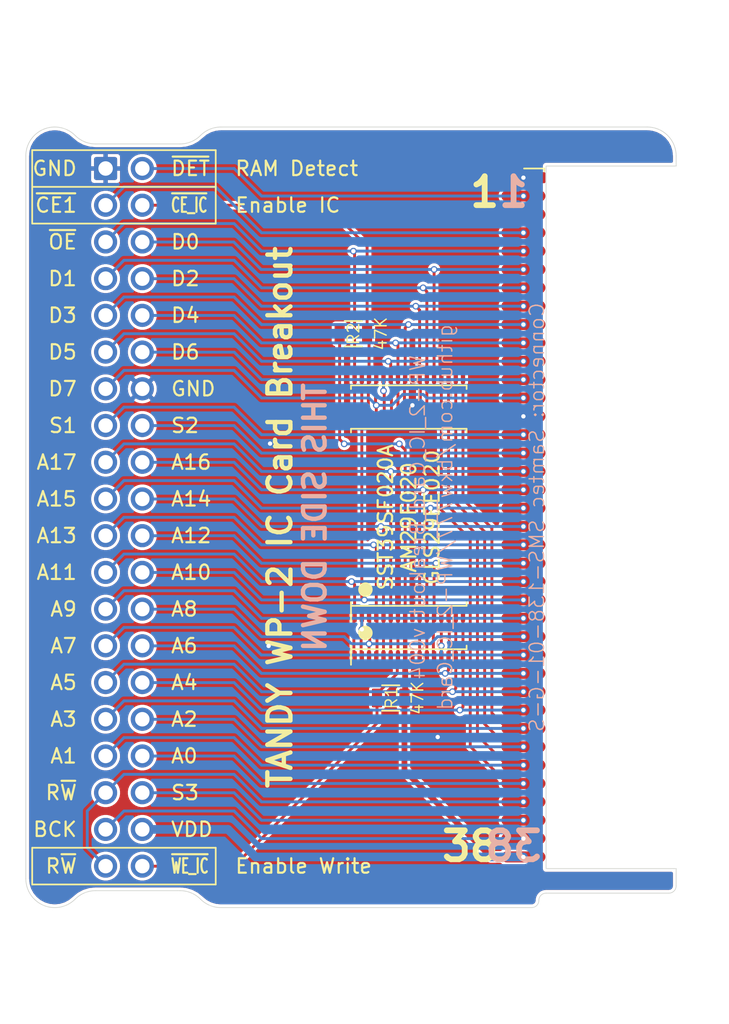
<source format=kicad_pcb>
(kicad_pcb (version 20211014) (generator pcbnew)
  (title_block (title "TANDY WP-2 IC Card Breakout") (date "2021-09-23") (rev "004") (company "Brian K. White - b.kenyon.w@gmail.com"))
  (layers (0 "F.Cu" signal) (31 "B.Cu" signal) (35 "F.Paste" user) (36 "B.SilkS" user "B.Silkscreen") (37 "F.SilkS" user "F.Silkscreen") (38 "B.Mask" user) (39 "F.Mask" user) (44 "Edge.Cuts" user))
  (net 0 "")
  (net 1 "GND")
  (net 2 "/~{CE1}")
  (net 3 "/~{OE}")
  (net 4 "/D0")
  (net 5 "/D1")
  (net 6 "/D2")
  (net 7 "/D3")
  (net 8 "/D4")
  (net 9 "/D5")
  (net 10 "/D6")
  (net 11 "/D7")
  (net 12 "/A16")
  (net 13 "/A15")
  (net 14 "/A14")
  (net 15 "/A13")
  (net 16 "/A12")
  (net 17 "/A11")
  (net 18 "/A10")
  (net 19 "/A9")
  (net 20 "/A8")
  (net 21 "/A7")
  (net 22 "/A6")
  (net 23 "/A5")
  (net 24 "/A4")
  (net 25 "/A3")
  (net 26 "/A2")
  (net 27 "/A1")
  (net 28 "/A0")
  (net 29 "VDD")
  (net 30 "/A17")
  (net 31 "/R~{W}")
  (net 32 "/~{DET}")
  (net 33 "/S1")
  (net 34 "/S2")
  (net 35 "/S3")
  (net 36 "/BCHK")
  (net 37 "/~{WE_IC}")
  (net 38 "/~{CE_IC}")
  (footprint "0_LOCAL:PinSocket_1x38x1.27_edge_s" (layer "F.Cu") (at 158.75 99.695)
    (fp_text reference "J1" hide)
    (fp_text value "Conn_01x38_Female")
  )
  (footprint "0_LOCAL:R_0805" (layer "F.Cu") (at 148 112.195 180)
    (fp_text reference "R1")
    (fp_text value "47K")
  )
  (footprint "0_LOCAL:TSOP32-20mm" (layer "F.Cu") (at 149.25 99.695)
    (fp_text reference "U1" hide)
    (fp_text value "FLASH 256Kx8 5v Parallel")
  )
  (footprint "0_LOCAL:TSOP32-14mm" (layer "F.Cu") (at 149.25 99.695)
    (fp_text reference "U2" hide)
    (fp_text value "FLASH 256Kx8 5v Parallel")
  )
  (footprint "0_LOCAL:PinHeader_2x20_P2.54mm" (layer "F.Cu") (at 128.27 75.565)
    (fp_text reference "J2" hide)
    (fp_text value "Conn_02x20_Odd_Even")
  )
  (footprint "0_LOCAL:R_0805" (layer "F.Cu") (at 145.415 86.995)
    (fp_text reference "R2")
    (fp_text value "47K")
  )
  (gr_line (start 123.19 125.095) (end 135.89 125.095) (layer "F.SilkS") (width 0.12))
  (gr_line (start 135.89 122.555) (end 123.19 122.555) (layer "F.SilkS") (width 0.12))
  (gr_line (start 123.19 74.295) (end 135.89 74.295) (layer "F.SilkS") (width 0.12))
  (gr_line (start 123.19 79.375) (end 135.89 79.375) (layer "F.SilkS") (width 0.12))
  (gr_line (start 123.19 76.835) (end 135.89 76.835) (layer "F.SilkS") (width 0.12))
  (gr_line (start 135.89 125.095) (end 135.89 122.555) (layer "F.SilkS") (width 0.12))
  (gr_line (start 123.19 122.555) (end 123.19 125.095) (layer "F.SilkS") (width 0.12))
  (gr_line (start 135.89 74.295) (end 135.89 79.375) (layer "F.SilkS") (width 0.12))
  (gr_line (start 123.19 79.375) (end 123.19 74.295) (layer "F.SilkS") (width 0.12))
  (gr_line (start 167.75 75.395) (end 158.75 75.395) (layer "Edge.Cuts") (width 0.05))
  (gr_arc (start 124.75 126.695) (mid 123.335786 126.109214) (end 122.75 124.695) (layer "Edge.Cuts") (width 0.05))
  (gr_arc (start 165.75 72.695) (mid 167.164214 73.280786) (end 167.75 74.695) (layer "Edge.Cuts") (width 0.05))
  (gr_line (start 167.75 74.695) (end 167.75 75.395) (layer "Edge.Cuts") (width 0.05))
  (gr_arc (start 126.164214 126.109214) (mid 125.515367 126.54276) (end 124.75 126.695) (layer "Edge.Cuts") (width 0.05))
  (gr_arc (start 136.25 126.695001) (mid 135.484633 126.54276) (end 134.835786 126.109214) (layer "Edge.Cuts") (width 0.05))
  (gr_arc (start 126.164214 126.109214) (mid 126.813061 125.675668) (end 127.578428 125.523428) (layer "Edge.Cuts") (width 0.05))
  (gr_arc (start 133.421572 125.523427) (mid 134.186939 125.675668) (end 134.835786 126.109214) (layer "Edge.Cuts") (width 0.05))
  (gr_line (start 133.421572 125.523427) (end 127.578428 125.523427) (layer "Edge.Cuts") (width 0.05))
  (gr_arc (start 134.835786 73.280786) (mid 135.484633 72.84724) (end 136.25 72.695) (layer "Edge.Cuts") (width 0.05))
  (gr_arc (start 127.578428 73.866573) (mid 126.813061 73.714332) (end 126.164214 73.280786) (layer "Edge.Cuts") (width 0.05))
  (gr_arc (start 134.835786 73.280786) (mid 134.186939 73.714332) (end 133.421572 73.866572) (layer "Edge.Cuts") (width 0.05))
  (gr_arc (start 124.75 72.694999) (mid 125.515367 72.84724) (end 126.164214 73.280786) (layer "Edge.Cuts") (width 0.05))
  (gr_line (start 127.578428 73.866573) (end 133.421572 73.866573) (layer "Edge.Cuts") (width 0.05))
  (gr_arc (start 122.75 74.695) (mid 123.335786 73.280786) (end 124.75 72.695) (layer "Edge.Cuts") (width 0.05))
  (gr_line (start 158.75 123.995) (end 167.75 123.995) (layer "Edge.Cuts") (width 0.05))
  (gr_line (start 136.25 72.695) (end 165.75 72.695) (layer "Edge.Cuts") (width 0.05))
  (gr_arc (start 158.25 126.195) (mid 158.396447 125.841447) (end 158.75 125.695) (layer "Edge.Cuts") (width 0.05))
  (gr_line (start 167.75 123.995) (end 167.75 125.195) (layer "Edge.Cuts") (width 0.05))
  (gr_line (start 158.75 75.395) (end 158.75 123.995) (layer "Edge.Cuts") (width 0.05))
  (gr_arc (start 167.75 125.195) (mid 167.603553 125.548553) (end 167.25 125.695) (layer "Edge.Cuts") (width 0.05))
  (gr_line (start 167.25 125.695) (end 158.75 125.695) (layer "Edge.Cuts") (width 0.05))
  (gr_line (start 157.75 126.695) (end 136.25 126.695) (layer "Edge.Cuts") (width 0.05))
  (gr_line (start 122.75 124.695) (end 122.75 74.695) (layer "Edge.Cuts") (width 0.05))
  (gr_arc (start 158.25 126.195) (mid 158.103553 126.548553) (end 157.75 126.695) (layer "Edge.Cuts") (width 0.05))
  (gr_text "github.com/bkw777/WP-2_IC_Card" (at 151.765 99.695 -270) (layer "B.SilkS") (effects (font (size 1 1) (thickness 0.1)) (justify mirror)))
  (gr_text "1" (at 156.5 77.195) (layer "B.SilkS") (effects (font (size 2 2) (thickness 0.4)) (justify mirror)))
  (gr_text "Connector: Samtec SMS-138-01-G-S" (at 158.115 99.695 90) (layer "B.SilkS") (effects (font (size 1 1) (thickness 0.1)) (justify mirror)))
  (gr_text "WP-2_IC_Card_Breakout v004" (at 149.86 99.695 90) (layer "B.SilkS") (effects (font (size 1 1) (thickness 0.1)) (justify mirror)))
  (gr_text "38" (at 156.5 122.445) (layer "B.SilkS") (effects (font (size 2 2) (thickness 0.4)) (justify mirror)))
  (gr_text "THIS SIDE DOWN" (at 142.75 99.695 90) (layer "B.SilkS") (effects (font (size 1.5 1.5) (thickness 0.3)) (justify mirror)))
  (gr_text "1" (at 154.5 77.195) (layer "F.SilkS") (effects (font (size 2 2) (thickness 0.4))))
  (gr_text "38" (at 153.5 122.445) (layer "F.SilkS") (effects (font (size 2 2) (thickness 0.4))))
  (gr_text "SST39SF020A\nAM29F020\nGLS29EE020" (at 149.25 99.695 90) (layer "F.SilkS") (effects (font (size 1 1))))
  (gr_text "~{CE_IC}" (at 132.715 78.105) (layer "F.SilkS") (effects (font (size 1 0.6)) (justify left)))
  (gr_text "D0" (at 132.715 80.645) (layer "F.SilkS") (effects (font (size 1 1)) (justify left)))
  (gr_text "D2" (at 132.715 83.185) (layer "F.SilkS") (effects (font (size 1 1)) (justify left)))
  (gr_text "D4" (at 132.715 85.725) (layer "F.SilkS") (effects (font (size 1 1)) (justify left)))
  (gr_text "D6" (at 132.715 88.265) (layer "F.SilkS") (effects (font (size 1 1)) (justify left)))
  (gr_text "GND" (at 132.715 90.805) (layer "F.SilkS") (effects (font (size 1 1)) (justify left)))
  (gr_text "S2" (at 132.715 93.345) (layer "F.SilkS") (effects (font (size 1 1)) (justify left)))
  (gr_text "A16" (at 132.715 95.885) (layer "F.SilkS") (effects (font (size 1 1)) (justify left)))
  (gr_text "A14" (at 132.715 98.425) (layer "F.SilkS") (effects (font (size 1 1)) (justify left)))
  (gr_text "A12" (at 132.715 100.965) (layer "F.SilkS") (effects (font (size 1 1)) (justify left)))
  (gr_text "A10" (at 132.715 103.505) (layer "F.SilkS") (effects (font (size 1 1)) (justify left)))
  (gr_text "A8" (at 132.715 106.045) (layer "F.SilkS") (effects (font (size 1 1)) (justify left)))
  (gr_text "A6" (at 132.715 108.585) (layer "F.SilkS") (effects (font (size 1 1)) (justify left)))
  (gr_text "A4" (at 132.715 111.125) (layer "F.SilkS") (effects (font (size 1 1)) (justify left)))
  (gr_text "A2" (at 132.715 113.665) (layer "F.SilkS") (effects (font (size 1 1)) (justify left)))
  (gr_text "A0" (at 132.715 116.205) (layer "F.SilkS") (effects (font (size 1 1)) (justify left)))
  (gr_text "S3" (at 132.715 118.745) (layer "F.SilkS") (effects (font (size 1 1)) (justify left)))
  (gr_text "VDD" (at 132.715 121.285) (layer "F.SilkS") (effects (font (size 1 1)) (justify left)))
  (gr_text "~{WE_IC}" (at 132.715 123.825) (layer "F.SilkS") (effects (font (size 1 0.6)) (justify left)))
  (gr_text "R~{W}" (at 126.365 118.745) (layer "F.SilkS") (effects (font (size 1 1)) (justify right)))
  (gr_text "A1" (at 126.365 116.205) (layer "F.SilkS") (effects (font (size 1 1)) (justify right)))
  (gr_text "A3" (at 126.365 113.665) (layer "F.SilkS") (effects (font (size 1 1)) (justify right)))
  (gr_text "A5" (at 126.365 111.125) (layer "F.SilkS") (effects (font (size 1 1)) (justify right)))
  (gr_text "A7" (at 126.365 108.585) (layer "F.SilkS") (effects (font (size 1 1)) (justify right)))
  (gr_text "A9" (at 126.365 106.045) (layer "F.SilkS") (effects (font (size 1 1)) (justify right)))
  (gr_text "A11" (at 126.365 103.505) (layer "F.SilkS") (effects (font (size 1 1)) (justify right)))
  (gr_text "A13" (at 126.365 100.965) (layer "F.SilkS") (effects (font (size 1 1)) (justify right)))
  (gr_text "A15" (at 126.365 98.425) (layer "F.SilkS") (effects (font (size 1 1)) (justify right)))
  (gr_text "A17" (at 126.365 95.885) (layer "F.SilkS") (effects (font (size 1 1)) (justify right)))
  (gr_text "S1" (at 126.365 93.345) (layer "F.SilkS") (effects (font (size 1 1)) (justify right)))
  (gr_text "D7" (at 126.365 90.805) (layer "F.SilkS") (effects (font (size 1 1)) (justify right)))
  (gr_text "D5" (at 126.365 88.265) (layer "F.SilkS") (effects (font (size 1 1)) (justify right)))
  (gr_text "D3" (at 126.365 85.725) (layer "F.SilkS") (effects (font (size 1 1)) (justify right)))
  (gr_text "D1" (at 126.365 83.185) (layer "F.SilkS") (effects (font (size 1 1)) (justify right)))
  (gr_text "~{OE}" (at 126.365 80.645) (layer "F.SilkS") (effects (font (size 1 1)) (justify right)))
  (gr_text "GND" (at 126.365 75.565) (layer "F.SilkS") (effects (font (size 1 1)) (justify right)))
  (gr_text "BCK" (at 126.365 121.285) (layer "F.SilkS") (effects (font (size 1 1)) (justify right)))
  (gr_text "R~{W}" (at 126.365 123.825) (layer "F.SilkS") (effects (font (size 1 1)) (justify right)))
  (gr_text "~{CE1}" (at 126.365 78.105) (layer "F.SilkS") (effects (font (size 1 1)) (justify right)))
  (gr_text "Enable IC" (at 137.16 78.105) (layer "F.SilkS") (effects (font (size 1 1)) (justify left)))
  (gr_text "Enable Write" (at 137.16 123.825) (layer "F.SilkS") (effects (font (size 1 1)) (justify left)))
  (gr_text "TANDY WP-2 IC Card Breakout" (at 140.335 99.695 90) (layer "F.SilkS") (effects (font (size 1.6 1.6) (thickness 0.3))))
  (gr_text "RAM Detect" (at 137.16 75.565) (layer "F.SilkS") (effects (font (size 1 1)) (justify left)))
  (gr_text "~{DET}" (at 132.715 75.565) (layer "F.SilkS") (effects (font (size 1 1)) (justify left)))
  (via (at 151.25 114.895) (size 0.46) (drill 0.3) (layers "F.Cu" "B.Cu") (net 1))
  (via (at 139.55 108.595) (size 0.46) (drill 0.3) (layers "F.Cu" "B.Cu") (net 1))
  (via (at 139.65 94.595) (size 0.46) (drill 0.3) (layers "F.Cu" "B.Cu") (net 1))
  (via (at 149.5 91.945) (size 0.46) (drill 0.3) (layers "F.Cu" "B.Cu") (net 1))
  (via (at 157.18 92.71) (size 0.46) (drill 0.3) (layers "F.Cu" "B.Cu") (net 1))
  (via (at 157.18 76.2) (size 0.46) (drill 0.3) (layers "F.Cu" "B.Cu") (net 1))
  (segment (start 130.815 90.81) (end 130.81 90.805) (width 0.508) (layer "B.Cu") (net 1))
  (via (at 157.18 80.01) (size 0.46) (drill 0.3) (layers "F.Cu" "B.Cu") (net 2))
  (segment (start 139.065 80.01) (end 135.89 76.835) (width 0.2) (layer "B.Cu") (net 2))
  (segment (start 129.54 76.835) (end 128.27 78.105) (width 0.2) (layer "B.Cu") (net 2))
  (segment (start 157.18 80.01) (end 139.065 80.01) (width 0.2) (layer "B.Cu") (net 2))
  (segment (start 135.89 76.835) (end 129.54 76.835) (width 0.2) (layer "B.Cu") (net 2))
  (segment (start 145.5 92.945) (end 145.5 89.945) (width 0.2) (layer "F.Cu") (net 3))
  (segment (start 145.5 81.365) (end 145.415 81.28) (width 0.2) (layer "F.Cu") (net 3))
  (segment (start 145.5 89.945) (end 145.5 81.365) (width 0.2) (layer "F.Cu") (net 3))
  (via (at 145.415 81.28) (size 0.46) (drill 0.3) (layers "F.Cu" "B.Cu") (net 3))
  (via (at 157.18 81.28) (size 0.46) (drill 0.3) (layers "F.Cu" "B.Cu") (net 3))
  (segment (start 137.16 79.375) (end 129.54 79.375) (width 0.2) (layer "B.Cu") (net 3))
  (segment (start 145.415 81.28) (end 157.18 81.28) (width 0.2) (layer "B.Cu") (net 3))
  (segment (start 139.065 81.28) (end 137.16 79.375) (width 0.2) (layer "B.Cu") (net 3))
  (segment (start 129.54 79.375) (end 128.27 80.645) (width 0.2) (layer "B.Cu") (net 3))
  (segment (start 145.415 81.28) (end 139.065 81.28) (width 0.2) (layer "B.Cu") (net 3))
  (segment (start 151 89.945) (end 151 82.55) (width 0.2) (layer "F.Cu") (net 4))
  (segment (start 151 92.945) (end 151 89.945) (width 0.2) (layer "F.Cu") (net 4))
  (via (at 151 82.55) (size 0.46) (drill 0.3) (layers "F.Cu" "B.Cu") (net 4))
  (via (at 157.18 82.55) (size 0.46) (drill 0.3) (layers "F.Cu" "B.Cu") (net 4))
  (segment (start 139.035 82.55) (end 137.135 80.65) (width 0.2) (layer "B.Cu") (net 4))
  (segment (start 137.135 80.65) (end 130.815 80.65) (width 0.2) (layer "B.Cu") (net 4))
  (segment (start 151 82.55) (end 139.035 82.55) (width 0.2) (layer "B.Cu") (net 4))
  (segment (start 151 82.55) (end 157.18 82.55) (width 0.2) (layer "B.Cu") (net 4))
  (segment (start 130.815 80.65) (end 130.81 80.645) (width 0.2032) (layer "B.Cu") (net 4))
  (segment (start 150.5 92.945) (end 150.5 89.945) (width 0.2) (layer "F.Cu") (net 5))
  (segment (start 150.241 83.82) (end 150.5 84.079) (width 0.2) (layer "F.Cu") (net 5))
  (segment (start 150.5 84.079) (end 150.5 89.945) (width 0.2) (layer "F.Cu") (net 5))
  (via (at 157.18 83.82) (size 0.46) (drill 0.3) (layers "F.Cu" "B.Cu") (net 5))
  (via (at 150.241 83.82) (size 0.46) (drill 0.3) (layers "F.Cu" "B.Cu") (net 5))
  (segment (start 129.54 81.915) (end 128.27 83.185) (width 0.2) (layer "B.Cu") (net 5))
  (segment (start 150.241 83.82) (end 157.18 83.82) (width 0.2) (layer "B.Cu") (net 5))
  (segment (start 137.16 81.915) (end 129.54 81.915) (width 0.2) (layer "B.Cu") (net 5))
  (segment (start 139.065 83.82) (end 137.16 81.915) (width 0.2) (layer "B.Cu") (net 5))
  (segment (start 150.241 83.82) (end 139.065 83.82) (width 0.2) (layer "B.Cu") (net 5))
  (segment (start 150 92.945) (end 150.05 92.895) (width 0.2) (layer "F.Cu") (net 6))
  (segment (start 150.05 89.995) (end 150 89.945) (width 0.2) (layer "F.Cu") (net 6))
  (segment (start 150.05 92.895) (end 150.05 89.995) (width 0.2) (layer "F.Cu") (net 6))
  (segment (start 150 85.357) (end 150 89.945) (width 0.2) (layer "F.Cu") (net 6))
  (segment (start 149.733 85.09) (end 150 85.357) (width 0.2) (layer "F.Cu") (net 6))
  (via (at 149.733 85.09) (size 0.46) (drill 0.3) (layers "F.Cu" "B.Cu") (net 6))
  (via (at 157.18 85.09) (size 0.46) (drill 0.3) (layers "F.Cu" "B.Cu") (net 6))
  (segment (start 149.733 85.09) (end 139.055 85.09) (width 0.2) (layer "B.Cu") (net 6))
  (segment (start 130.815 83.19) (end 130.81 83.185) (width 0.2032) (layer "B.Cu") (net 6))
  (segment (start 139.055 85.09) (end 137.155 83.19) (width 0.2) (layer "B.Cu") (net 6))
  (segment (start 137.155 83.19) (end 130.815 83.19) (width 0.2) (layer "B.Cu") (net 6))
  (segment (start 149.733 85.09) (end 157.18 85.09) (width 0.2) (layer "B.Cu") (net 6))
  (segment (start 149 86.585) (end 149 89.945) (width 0.2) (layer "F.Cu") (net 7))
  (segment (start 149 92.945) (end 148.95 92.895) (width 0.2) (layer "F.Cu") (net 7))
  (segment (start 148.95 92.895) (end 148.95 89.995) (width 0.2) (layer "F.Cu") (net 7))
  (segment (start 148.95 89.995) (end 149 89.945) (width 0.2) (layer "F.Cu") (net 7))
  (segment (start 149.225 86.36) (end 149 86.585) (width 0.2) (layer "F.Cu") (net 7))
  (via (at 149.225 86.36) (size 0.46) (drill 0.3) (layers "F.Cu" "B.Cu") (net 7))
  (via (at 157.18 86.36) (size 0.46) (drill 0.3) (layers "F.Cu" "B.Cu") (net 7))
  (segment (start 139.065 86.36) (end 137.16 84.455) (width 0.2) (layer "B.Cu") (net 7))
  (segment (start 129.54 84.455) (end 128.27 85.725) (width 0.2) (layer "B.Cu") (net 7))
  (segment (start 149.225 86.36) (end 157.18 86.36) (width 0.2) (layer "B.Cu") (net 7))
  (segment (start 149.225 86.36) (end 139.065 86.36) (width 0.2) (layer "B.Cu") (net 7))
  (segment (start 137.16 84.455) (end 129.54 84.455) (width 0.2) (layer "B.Cu") (net 7))
  (segment (start 148.5 87.794) (end 148.5 89.945) (width 0.2) (layer "F.Cu") (net 8))
  (segment (start 148.336 87.63) (end 148.5 87.794) (width 0.2) (layer "F.Cu") (net 8))
  (segment (start 148.5 92.945) (end 148.5 89.945) (width 0.2) (layer "F.Cu") (net 8))
  (via (at 157.18 87.63) (size 0.46) (drill 0.3) (layers "F.Cu" "B.Cu") (net 8))
  (via (at 148.336 87.63) (size 0.46) (drill 0.3) (layers "F.Cu" "B.Cu") (net 8))
  (segment (start 130.815 85.73) (end 130.81 85.725) (width 0.2032) (layer "B.Cu") (net 8))
  (segment (start 137.16 85.73) (end 130.815 85.73) (width 0.2) (layer "B.Cu") (net 8))
  (segment (start 139.06 87.63) (end 137.16 85.73) (width 0.2) (layer "B.Cu") (net 8))
  (segment (start 148.336 87.63) (end 139.06 87.63) (width 0.2) (layer "B.Cu") (net 8))
  (segment (start 148.336 87.63) (end 157.18 87.63) (width 0.2) (layer "B.Cu") (net 8))
  (segment (start 148.05 89.995) (end 148 89.945) (width 0.2) (layer "F.Cu") (net 9))
  (segment (start 148 89.072) (end 148 89.945) (width 0.2) (layer "F.Cu") (net 9))
  (segment (start 148.05 92.895) (end 148.05 89.995) (width 0.2) (layer "F.Cu") (net 9))
  (segment (start 147.828 88.9) (end 148 89.072) (width 0.2) (layer "F.Cu") (net 9))
  (segment (start 148 92.945) (end 148.05 92.895) (width 0.2) (layer "F.Cu") (net 9))
  (via (at 147.828 88.9) (size 0.46) (drill 0.3) (layers "F.Cu" "B.Cu") (net 9))
  (via (at 157.18 88.9) (size 0.46) (drill 0.3) (layers "F.Cu" "B.Cu") (net 9))
  (segment (start 147.828 88.9) (end 139.065 88.9) (width 0.2) (layer "B.Cu") (net 9))
  (segment (start 139.065 88.9) (end 137.16 86.995) (width 0.2) (layer "B.Cu") (net 9))
  (segment (start 129.54 86.995) (end 128.27 88.265) (width 0.2) (layer "B.Cu") (net 9))
  (segment (start 137.16 86.995) (end 129.54 86.995) (width 0.2) (layer "B.Cu") (net 9))
  (segment (start 147.828 88.9) (end 157.18 88.9) (width 0.2) (layer "B.Cu") (net 9))
  (segment (start 147.5 90.945) (end 147.55 90.995) (width 0.2032) (layer "F.Cu") (net 10))
  (segment (start 147.55 90.995) (end 147.55 92.895) (width 0.2) (layer "F.Cu") (net 10))
  (segment (start 147.55 92.895) (end 147.5 92.945) (width 0.2) (layer "F.Cu") (net 10))
  (segment (start 147.5 90.945) (end 147.5 89.945) (width 0.2032) (layer "F.Cu") (net 10))
  (via (at 157.18 90.17) (size 0.46) (drill 0.3) (layers "F.Cu" "B.Cu") (net 10))
  (via (at 147.5 90.945) (size 0.46) (drill 0.3) (layers "F.Cu" "B.Cu") (net 10))
  (segment (start 130.81 88.265) (end 130.815 88.27) (width 0.2032) (layer "B.Cu") (net 10))
  (segment (start 147.5 90.17) (end 157.18 90.17) (width 0.2) (layer "B.Cu") (net 10))
  (segment (start 130.815 88.27) (end 137.165 88.27) (width 0.2) (layer "B.Cu") (net 10))
  (segment (start 147.5 90.945) (end 147.5 90.17) (width 0.2) (layer "B.Cu") (net 10))
  (segment (start 139.065 90.17) (end 147.5 90.17) (width 0.2) (layer "B.Cu") (net 10))
  (segment (start 137.165 88.27) (end 139.065 90.17) (width 0.2) (layer "B.Cu") (net 10))
  (segment (start 146.95 89.995) (end 147 89.945) (width 0.2) (layer "F.Cu") (net 11))
  (segment (start 146.95 91.895) (end 146.95 89.995) (width 0.2032) (layer "F.Cu") (net 11))
  (segment (start 147 91.945) (end 146.95 91.895) (width 0.2032) (layer "F.Cu") (net 11))
  (segment (start 147 91.945) (end 147 92.945) (width 0.2) (layer "F.Cu") (net 11))
  (via (at 147 91.945) (size 0.46) (drill 0.3) (layers "F.Cu" "B.Cu") (net 11))
  (via (at 157.18 91.44) (size 0.46) (drill 0.3) (layers "F.Cu" "B.Cu") (net 11))
  (segment (start 139.065 91.44) (end 146.495 91.44) (width 0.2) (layer "B.Cu") (net 11))
  (segment (start 146.495 91.44) (end 147 91.945) (width 0.2) (layer "B.Cu") (net 11))
  (segment (start 137.16 89.535) (end 139.065 91.44) (width 0.2) (layer "B.Cu") (net 11))
  (segment (start 157.175 91.445) (end 157.18 91.44) (width 0.2032) (layer "B.Cu") (net 11))
  (segment (start 148.085 91.945) (end 148.835 91.195) (width 0.2) (layer "B.Cu") (net 11))
  (segment (start 150.25 91.195) (end 150.5 91.445) (width 0.2) (layer "B.Cu") (net 11))
  (segment (start 148.835 91.195) (end 150.25 91.195) (width 0.2) (layer "B.Cu") (net 11))
  (segment (start 150.5 91.445) (end 157.175 91.445) (width 0.2) (layer "B.Cu") (net 11))
  (segment (start 147 91.945) (end 148.085 91.945) (width 0.2) (layer "B.Cu") (net 11))
  (segment (start 129.54 89.535) (end 137.16 89.535) (width 0.2) (layer "B.Cu") (net 11))
  (segment (start 128.27 90.805) (end 129.54 89.535) (width 0.2) (layer "B.Cu") (net 11))
  (segment (start 150.241 97.79) (end 150 98.031) (width 0.2) (layer "F.Cu") (net 12))
  (segment (start 150 109.445) (end 150 106.445) (width 0.2) (layer "F.Cu") (net 12))
  (segment (start 150 98.031) (end 150 106.445) (width 0.2) (layer "F.Cu") (net 12))
  (via (at 150.241 97.79) (size 0.46) (drill 0.3) (layers "F.Cu" "B.Cu") (net 12))
  (via (at 157.18 97.79) (size 0.46) (drill 0.3) (layers "F.Cu" "B.Cu") (net 12))
  (segment (start 137.16 95.89) (end 130.815 95.89) (width 0.2) (layer "B.Cu") (net 12))
  (segment (start 139.06 97.79) (end 137.16 95.89) (width 0.2) (layer "B.Cu") (net 12))
  (segment (start 150.241 97.79) (end 157.18 97.79) (width 0.2) (layer "B.Cu") (net 12))
  (segment (start 150.241 97.79) (end 139.06 97.79) (width 0.2) (layer "B.Cu") (net 12))
  (segment (start 130.815 95.89) (end 130.81 95.885) (width 0.2032) (layer "B.Cu") (net 12))
  (segment (start 150.5 99.309) (end 150.5 106.445) (width 0.2) (layer "F.Cu") (net 13))
  (segment (start 150.749 99.06) (end 150.5 99.309) (width 0.2) (layer "F.Cu") (net 13))
  (segment (start 150.5 109.445) (end 150.5 106.445) (width 0.2) (layer "F.Cu") (net 13))
  (via (at 150.749 99.06) (size 0.46) (drill 0.3) (layers "F.Cu" "B.Cu") (net 13))
  (via (at 157.18 99.06) (size 0.46) (drill 0.3) (layers "F.Cu" "B.Cu") (net 13))
  (segment (start 150.749 99.06) (end 157.18 99.06) (width 0.2) (layer "B.Cu") (net 13))
  (segment (start 150.749 99.06) (end 139.065 99.06) (width 0.2) (layer "B.Cu") (net 13))
  (segment (start 129.54 97.155) (end 128.27 98.425) (width 0.2) (layer "B.Cu") (net 13))
  (segment (start 139.065 99.06) (end 137.16 97.155) (width 0.2) (layer "B.Cu") (net 13))
  (segment (start 137.16 97.155) (end 129.54 97.155) (width 0.2) (layer "B.Cu") (net 13))
  (segment (start 147.5 100.51) (end 147.5 106.445) (width 0.2) (layer "F.Cu") (net 14))
  (segment (start 147.32 100.33) (end 147.5 100.51) (width 0.2) (layer "F.Cu") (net 14))
  (segment (start 147.5 109.445) (end 147.5 106.445) (width 0.2) (layer "F.Cu") (net 14))
  (via (at 157.18 100.33) (size 0.46) (drill 0.3) (layers "F.Cu" "B.Cu") (net 14))
  (via (at 147.32 100.33) (size 0.46) (drill 0.3) (layers "F.Cu" "B.Cu") (net 14))
  (segment (start 147.32 100.33) (end 157.18 100.33) (width 0.2) (layer "B.Cu") (net 14))
  (segment (start 147.32 100.33) (end 139.065 100.33) (width 0.2) (layer "B.Cu") (net 14))
  (segment (start 137.165 98.43) (end 130.815 98.43) (width 0.2) (layer "B.Cu") (net 14))
  (segment (start 139.065 100.33) (end 137.165 98.43) (width 0.2) (layer "B.Cu") (net 14))
  (segment (start 130.815 98.43) (end 130.81 98.425) (width 0.2032) (layer "B.Cu") (net 14))
  (segment (start 147.05 109.395) (end 147.05 106.495) (width 0.2) (layer "F.Cu") (net 15))
  (segment (start 147 109.445) (end 147.05 109.395) (width 0.2) (layer "F.Cu") (net 15))
  (segment (start 146.812 101.6) (end 147 101.788) (width 0.2) (layer "F.Cu") (net 15))
  (segment (start 147 101.788) (end 147 106.445) (width 0.2) (layer "F.Cu") (net 15))
  (segment (start 147.05 106.495) (end 147 106.445) (width 0.2) (layer "F.Cu") (net 15))
  (via (at 146.812 101.6) (size 0.46) (drill 0.3) (layers "F.Cu" "B.Cu") (net 15))
  (via (at 157.18 101.6) (size 0.46) (drill 0.3) (layers "F.Cu" "B.Cu") (net 15))
  (segment (start 146.812 101.6) (end 157.18 101.6) (width 0.2) (layer "B.Cu") (net 15))
  (segment (start 139.065 101.6) (end 137.16 99.695) (width 0.2) (layer "B.Cu") (net 15))
  (segment (start 129.54 99.695) (end 128.27 100.965) (width 0.2) (layer "B.Cu") (net 15))
  (segment (start 137.16 99.695) (end 129.54 99.695) (width 0.2) (layer "B.Cu") (net 15))
  (segment (start 146.812 101.6) (end 139.065 101.6) (width 0.2) (layer "B.Cu") (net 15))
  (segment (start 151 103) (end 151 106.445) (width 0.2) (layer "F.Cu") (net 16))
  (segment (start 151.13 102.87) (end 151 103) (width 0.2) (layer "F.Cu") (net 16))
  (segment (start 150.95 106.495) (end 151 106.445) (width 0.2) (layer "F.Cu") (net 16))
  (segment (start 151 109.445) (end 150.95 109.395) (width 0.2) (layer "F.Cu") (net 16))
  (segment (start 150.95 109.395) (end 150.95 106.495) (width 0.2) (layer "F.Cu") (net 16))
  (via (at 157.18 102.87) (size 0.46) (drill 0.3) (layers "F.Cu" "B.Cu") (net 16))
  (via (at 151.13 102.87) (size 0.46) (drill 0.3) (layers "F.Cu" "B.Cu") (net 16))
  (segment (start 139.065 102.87) (end 137.16 100.965) (width 0.2) (layer "B.Cu") (net 16))
  (segment (start 130.815 100.97) (end 130.81 100.965) (width 0.2032) (layer "B.Cu") (net 16))
  (segment (start 137.155 100.97) (end 130.815 100.97) (width 0.2) (layer "B.Cu") (net 16))
  (segment (start 151.13 102.87) (end 139.065 102.87) (width 0.2) (layer "B.Cu") (net 16))
  (segment (start 151.13 102.87) (end 157.18 102.87) (width 0.2) (layer "B.Cu") (net 16))
  (segment (start 137.16 100.965) (end 137.155 100.97) (width 0.2032) (layer "B.Cu") (net 16))
  (segment (start 145.5 109.445) (end 145.45 109.395) (width 0.2) (layer "F.Cu") (net 17))
  (segment (start 145.45 109.395) (end 145.45 106.495) (width 0.2) (layer "F.Cu") (net 17))
  (segment (start 145.288 104.14) (end 145.5 104.352) (width 0.2) (layer "F.Cu") (net 17))
  (segment (start 145.45 106.495) (end 145.5 106.445) (width 0.2) (layer "F.Cu") (net 17))
  (segment (start 145.5 104.352) (end 145.5 106.445) (width 0.2) (layer "F.Cu") (net 17))
  (via (at 157.18 104.14) (size 0.46) (drill 0.3) (layers "F.Cu" "B.Cu") (net 17))
  (via (at 145.288 104.14) (size 0.46) (drill 0.3) (layers "F.Cu" "B.Cu") (net 17))
  (segment (start 145.288 104.14) (end 157.18 104.14) (width 0.2) (layer "B.Cu") (net 17))
  (segment (start 137.16 102.235) (end 129.54 102.235) (width 0.2) (layer "B.Cu") (net 17))
  (segment (start 139.065 104.14) (end 137.16 102.235) (width 0.2) (layer "B.Cu") (net 17))
  (segment (start 129.54 102.235) (end 128.27 103.505) (width 0.2) (layer "B.Cu") (net 17))
  (segment (start 145.288 104.14) (end 139.065 104.14) (width 0.2) (layer "B.Cu") (net 17))
  (segment (start 146 92.945) (end 146 89.945) (width 0.2) (layer "F.Cu") (net 18))
  (segment (start 146.177 105.41) (end 146 105.233) (width 0.2) (layer "F.Cu") (net 18))
  (segment (start 146 105.233) (end 146 92.945) (width 0.2) (layer "F.Cu") (net 18))
  (via (at 146.177 105.41) (size 0.46) (drill 0.3) (layers "F.Cu" "B.Cu") (net 18))
  (via (at 157.18 105.41) (size 0.46) (drill 0.3) (layers "F.Cu" "B.Cu") (net 18))
  (segment (start 146.177 105.41) (end 157.18 105.41) (width 0.2) (layer "B.Cu") (net 18))
  (segment (start 146.177 105.41) (end 139.065 105.41) (width 0.2) (layer "B.Cu") (net 18))
  (segment (start 130.815 103.51) (end 130.81 103.505) (width 0.2032) (layer "B.Cu") (net 18))
  (segment (start 137.165 103.51) (end 130.815 103.51) (width 0.2) (layer "B.Cu") (net 18))
  (segment (start 139.065 105.41) (end 137.165 103.51) (width 0.2) (layer "B.Cu") (net 18))
  (segment (start 146 109.445) (end 145.95 109.395) (width 0.2) (layer "F.Cu") (net 19))
  (segment (start 145.95 109.395) (end 145.95 107.495) (width 0.2) (layer "F.Cu") (net 19))
  (segment (start 146 107.445) (end 146 106.445) (width 0.2) (layer "F.Cu") (net 19))
  (segment (start 145.95 107.495) (end 146 107.445) (width 0.2) (layer "F.Cu") (net 19))
  (via (at 146 107.445) (size 0.46) (drill 0.3) (layers "F.Cu" "B.Cu") (net 19))
  (via (at 157.18 106.68) (size 0.46) (drill 0.3) (layers "F.Cu" "B.Cu") (net 19))
  (segment (start 129.54 104.775) (end 137.16 104.775) (width 0.2) (layer "B.Cu") (net 19))
  (segment (start 157.18 106.68) (end 146 106.68) (width 0.2) (layer "B.Cu") (net 19))
  (segment (start 137.16 104.775) (end 139.065 106.68) (width 0.2) (layer "B.Cu") (net 19))
  (segment (start 139.065 106.68) (end 146 106.68) (width 0.2) (layer "B.Cu") (net 19))
  (segment (start 128.27 106.045) (end 129.54 104.775) (width 0.2) (layer "B.Cu") (net 19))
  (segment (start 146 106.68) (end 146 107.445) (width 0.2) (layer "B.Cu") (net 19))
  (segment (start 146.55 106.495) (end 146.5 106.445) (width 0.2) (layer "F.Cu") (net 20))
  (segment (start 146.5 108.445) (end 146.5 109.445) (width 0.2) (layer "F.Cu") (net 20))
  (segment (start 146.5 108.445) (end 146.55 108.395) (width 0.2) (layer "F.Cu") (net 20))
  (segment (start 146.55 108.395) (end 146.55 106.495) (width 0.2) (layer "F.Cu") (net 20))
  (via (at 146.5 108.445) (size 0.46) (drill 0.3) (layers "F.Cu" "B.Cu") (net 20))
  (via (at 157.18 107.95) (size 0.46) (drill 0.3) (layers "F.Cu" "B.Cu") (net 20))
  (segment (start 130.815 106.05) (end 137.165 106.05) (width 0.2) (layer "B.Cu") (net 20))
  (segment (start 139.065 107.95) (end 144.78 107.95) (width 0.2) (layer "B.Cu") (net 20))
  (segment (start 150.75 108.445) (end 151.245 107.95) (width 0.2) (layer "B.Cu") (net 20))
  (segment (start 151.245 107.95) (end 157.18 107.95) (width 0.2) (layer "B.Cu") (net 20))
  (segment (start 137.165 106.05) (end 139.065 107.95) (width 0.2) (layer "B.Cu") (net 20))
  (segment (start 130.81 106.045) (end 130.815 106.05) (width 0.2032) (layer "B.Cu") (net 20))
  (segment (start 144.78 107.95) (end 145.275 108.445) (width 0.2) (layer "B.Cu") (net 20))
  (segment (start 146.5 108.445) (end 150.75 108.445) (width 0.2) (layer "B.Cu") (net 20))
  (segment (start 145.275 108.445) (end 146.5 108.445) (width 0.2) (layer "B.Cu") (net 20))
  (segment (start 151.5 108.585) (end 151.5 109.445) (width 0.2) (layer "F.Cu") (net 21))
  (segment (start 151.5 108.585) (end 151.5 106.445) (width 0.2) (layer "F.Cu") (net 21))
  (via (at 151.5 108.585) (size 0.46) (drill 0.3) (layers "F.Cu" "B.Cu") (net 21))
  (via (at 157.18 109.22) (size 0.46) (drill 0.3) (layers "F.Cu" "B.Cu") (net 21))
  (segment (start 137.145 107.315) (end 139.05 109.22) (width 0.2) (layer "B.Cu") (net 21))
  (segment (start 129.54 107.315) (end 137.145 107.315) (width 0.2) (layer "B.Cu") (net 21))
  (segment (start 128.27 108.585) (end 129.54 107.315) (width 0.2) (layer "B.Cu") (net 21))
  (segment (start 151.5 109.22) (end 157.18 109.22) (width 0.2) (layer "B.Cu") (net 21))
  (segment (start 139.05 109.22) (end 151.5 109.22) (width 0.2) (layer "B.Cu") (net 21))
  (segment (start 151.5 108.585) (end 151.5 109.22) (width 0.2) (layer "B.Cu") (net 21))
  (segment (start 152 110.255) (end 152 109.445) (width 0.2) (layer "F.Cu") (net 22))
  (segment (start 151.765 110.49) (end 152 110.255) (width 0.2) (layer "F.Cu") (net 22))
  (segment (start 152.05 106.495) (end 152 106.445) (width 0.2) (layer "F.Cu") (net 22))
  (segment (start 152 109.445) (end 152.05 109.395) (width 0.2) (layer "F.Cu") (net 22))
  (segment (start 152.05 109.395) (end 152.05 106.495) (width 0.2) (layer "F.Cu") (net 22))
  (via (at 151.765 110.49) (size 0.46) (drill 0.3) (layers "F.Cu" "B.Cu") (net 22))
  (via (at 157.18 110.49) (size 0.46) (drill 0.3) (layers "F.Cu" "B.Cu") (net 22))
  (segment (start 151.765 110.49) (end 139.06 110.49) (width 0.2) (layer "B.Cu") (net 22))
  (segment (start 139.06 110.49) (end 137.16 108.59) (width 0.2) (layer "B.Cu") (net 22))
  (segment (start 130.815 108.59) (end 130.81 108.585) (width 0.2032) (layer "B.Cu") (net 22))
  (segment (start 151.765 110.49) (end 157.18 110.49) (width 0.2) (layer "B.Cu") (net 22))
  (segment (start 137.16 108.59) (end 130.815 108.59) (width 0.2) (layer "B.Cu") (net 22))
  (segment (start 152.5 109.445) (end 152.5 106.445) (width 0.2) (layer "F.Cu") (net 23))
  (segment (start 152.5 111.533) (end 152.5 109.445) (width 0.2) (layer "F.Cu") (net 23))
  (segment (start 152.273 111.76) (end 152.5 111.533) (width 0.2) (layer "F.Cu") (net 23))
  (via (at 152.273 111.76) (size 0.46) (drill 0.3) (layers "F.Cu" "B.Cu") (net 23))
  (via (at 157.18 111.76) (size 0.46) (drill 0.3) (layers "F.Cu" "B.Cu") (net 23))
  (segment (start 152.273 111.76) (end 157.18 111.76) (width 0.2) (layer "B.Cu") (net 23))
  (segment (start 139.065 111.76) (end 137.16 109.855) (width 0.2) (layer "B.Cu") (net 23))
  (segment (start 152.273 111.76) (end 139.065 111.76) (width 0.2) (layer "B.Cu") (net 23))
  (segment (start 129.54 109.855) (end 128.27 111.125) (width 0.2) (layer "B.Cu") (net 23))
  (segment (start 137.16 109.855) (end 129.54 109.855) (width 0.2) (layer "B.Cu") (net 23))
  (segment (start 153 112.811) (end 153 109.445) (width 0.2) (layer "F.Cu") (net 24))
  (segment (start 152.781 113.03) (end 153 112.811) (width 0.2) (layer "F.Cu") (net 24))
  (segment (start 153 109.445) (end 153 106.445) (width 0.2) (layer "F.Cu") (net 24))
  (via (at 157.18 113.03) (size 0.46) (drill 0.3) (layers "F.Cu" "B.Cu") (net 24))
  (via (at 152.781 113.03) (size 0.46) (drill 0.3) (layers "F.Cu" "B.Cu") (net 24))
  (segment (start 130.815 111.13) (end 130.81 111.125) (width 0.2032) (layer "B.Cu") (net 24))
  (segment (start 152.781 113.03) (end 157.18 113.03) (width 0.2) (layer "B.Cu") (net 24))
  (segment (start 152.781 113.03) (end 139.06 113.03) (width 0.2) (layer "B.Cu") (net 24))
  (segment (start 139.06 113.03) (end 137.16 111.13) (width 0.2) (layer "B.Cu") (net 24))
  (segment (start 137.16 111.13) (end 130.815 111.13) (width 0.2) (layer "B.Cu") (net 24))
  (segment (start 153 98.445) (end 153 92.945) (width 0.2) (layer "F.Cu") (net 25))
  (segment (start 155 100.445) (end 153 98.445) (width 0.2) (layer "F.Cu") (net 25))
  (segment (start 153 92.945) (end 153 89.945) (width 0.2) (layer "F.Cu") (net 25))
  (segment (start 157.18 114.3) (end 156.055 114.3) (width 0.2) (layer "F.Cu") (net 25))
  (segment (start 155 113.245) (end 155 100.445) (width 0.2) (layer "F.Cu") (net 25))
  (segment (start 156.055 114.3) (end 155 113.245) (width 0.2) (layer "F.Cu") (net 25))
  (via (at 157.18 114.3) (size 0.46) (drill 0.3) (layers "F.Cu" "B.Cu") (net 25))
  (segment (start 137.16 112.395) (end 139.065 114.3) (width 0.2) (layer "B.Cu") (net 25))
  (segment (start 139.065 114.3) (end 157.18 114.3) (width 0.2) (layer "B.Cu") (net 25))
  (segment (start 128.27 113.665) (end 129.54 112.395) (width 0.2) (layer "B.Cu") (net 25))
  (segment (start 129.54 112.395) (end 137.16 112.395) (width 0.2) (layer "B.Cu") (net 25))
  (segment (start 154.5 100.695) (end 152.5 98.695) (width 0.2) (layer "F.Cu") (net 26))
  (segment (start 154.5 113.995) (end 154.5 100.695) (width 0.2) (layer "F.Cu") (net 26))
  (segment (start 156.075 115.57) (end 154.5 113.995) (width 0.2) (layer "F.Cu") (net 26))
  (segment (start 157.18 115.57) (end 156.075 115.57) (width 0.2) (layer "F.Cu") (net 26))
  (segment (start 152.5 98.695) (end 152.5 92.945) (width 0.2) (layer "F.Cu") (net 26))
  (segment (start 152.5 92.945) (end 152.5 89.945) (width 0.2) (layer "F.Cu") (net 26))
  (via (at 157.18 115.57) (size 0.46) (drill 0.3) (layers "F.Cu" "B.Cu") (net 26))
  (segment (start 137.16 113.67) (end 139.06 115.57) (width 0.2) (layer "B.Cu") (net 26))
  (segment (start 139.06 115.57) (end 157.18 115.57) (width 0.2) (layer "B.Cu") (net 26))
  (segment (start 130.81 113.665) (end 130.815 113.67) (width 0.2032) (layer "B.Cu") (net 26))
  (segment (start 130.815 113.67) (end 137.16 113.67) (width 0.2) (layer "B.Cu") (net 26))
  (segment (start 154 100.945) (end 154 114.795) (width 0.2) (layer "F.Cu") (net 27))
  (segment (start 152 92.945) (end 152 98.945) (width 0.2) (layer "F.Cu") (net 27))
  (segment (start 156.045 116.84) (end 157.18 116.84) (width 0.2) (layer "F.Cu") (net 27))
  (segment (start 154 114.795) (end 156.045 116.84) (width 0.2) (layer "F.Cu") (net 27))
  (segment (start 152 98.945) (end 154 100.945) (width 0.2) (layer "F.Cu") (net 27))
  (segment (start 152 92.945) (end 152 89.945) (width 0.2) (layer "F.Cu") (net 27))
  (via (at 157.18 116.84) (size 0.46) (drill 0.3) (layers "F.Cu" "B.Cu") (net 27))
  (segment (start 129.54 114.935) (end 137.16 114.935) (width 0.2) (layer "B.Cu") (net 27))
  (segment (start 128.27 116.205) (end 129.54 114.935) (width 0.2) (layer "B.Cu") (net 27))
  (segment (start 139.065 116.84) (end 157.18 116.84) (width 0.2) (layer "B.Cu") (net 27))
  (segment (start 137.16 114.935) (end 139.065 116.84) (width 0.2) (layer "B.Cu") (net 27))
  (segment (start 153.5 115.545) (end 156.065 118.11) (width 0.2) (layer "F.Cu") (net 28))
  (segment (start 151.5 99.195) (end 153.5 101.195) (width 0.2) (layer "F.Cu") (net 28))
  (segment (start 156.065 118.11) (end 157.18 118.11) (width 0.2) (layer "F.Cu") (net 28))
  (segment (start 153.5 101.195) (end 153.5 115.545) (width 0.2) (layer "F.Cu") (net 28))
  (segment (start 151.5 92.945) (end 151.5 89.945) (width 0.2) (layer "F.Cu") (net 28))
  (segment (start 151.5 92.945) (end 151.5 99.195) (width 0.2) (layer "F.Cu") (net 28))
  (via (at 157.18 118.11) (size 0.46) (drill 0.3) (layers "F.Cu" "B.Cu") (net 28))
  (segment (start 130.81 116.205) (end 130.815 116.21) (width 0.2032) (layer "B.Cu") (net 28))
  (segment (start 139.06 118.11) (end 157.18 118.11) (width 0.2) (layer "B.Cu") (net 28))
  (segment (start 137.16 116.21) (end 139.06 118.11) (width 0.2) (layer "B.Cu") (net 28))
  (segment (start 130.815 116.21) (end 137.16 116.21) (width 0.2) (layer "B.Cu") (net 28))
  (segment (start 149 109.445) (end 149 110.245) (width 0.3) (layer "F.Cu") (net 29))
  (segment (start 157.18 123.19) (end 154.94 123.19) (width 0.4) (layer "F.Cu") (net 29))
  (segment (start 149 110.245) (end 149 112.145) (width 0.4) (layer "F.Cu") (net 29))
  (segment (start 154.94 123.19) (end 148.95 117.2) (width 0.4) (layer "F.Cu") (net 29))
  (segment (start 148.95 117.2) (end 148.95 112.195) (width 0.4) (layer "F.Cu") (net 29))
  (segment (start 149 95.025) (end 149 106.445) (width 0.2) (layer "F.Cu") (net 29))
  (segment (start 149 106.445) (end 149 109.445) (width 0.3048) (layer "F.Cu") (net 29))
  (segment (start 144.465 94.3) (end 144.465 86.995) (width 0.2) (layer "F.Cu") (net 29))
  (segment (start 149 112.145) (end 148.95 112.195) (width 0.4) (layer "F.Cu") (net 29))
  (segment (start 144.78 94.615) (end 144.465 94.3) (width 0.2) (layer "F.Cu") (net 29))
  (segment (start 148.59 94.615) (end 149 95.025) (width 0.2) (layer "F.Cu") (net 29))
  (via (at 148.59 94.615) (size 0.46) (drill 0.3) (layers "F.Cu" "B.Cu") (net 29))
  (via (at 144.78 94.615) (size 0.46) (drill 0.3) (layers "F.Cu" "B.Cu") (net 29))
  (via (at 157.18 123.19) (size 0.46) (drill 0.3) (layers "F.Cu" "B.Cu") (net 29))
  (segment (start 157.18 123.19) (end 138.645 123.19) (width 0.6) (layer "B.Cu") (net 29))
  (segment (start 130.815 121.29) (end 130.81 121.285) (width 0.508) (layer "B.Cu") (net 29))
  (segment (start 148.59 94.615) (end 144.78 94.615) (width 0.2) (layer "B.Cu") (net 29))
  (segment (start 138.645 123.19) (end 136.74 121.285) (width 0.6) (layer "B.Cu") (net 29))
  (segment (start 136.74 121.285) (end 130.81 121.285) (width 0.6) (layer "B.Cu") (net 29))
  (segment (start 148 106.445) (end 148 96.52) (width 0.2) (layer "F.Cu") (net 30))
  (segment (start 148 109.445) (end 148 106.445) (width 0.2) (layer "F.Cu") (net 30))
  (via (at 157.18 96.52) (size 0.46) (drill 0.3) (layers "F.Cu" "B.Cu") (net 30))
  (via (at 148 96.52) (size 0.46) (drill 0.3) (layers "F.Cu" "B.Cu") (net 30))
  (segment (start 148 96.695) (end 148 96.695) (width 0.2032) (layer "B.Cu") (net 30))
  (segment (start 137.16 94.615) (end 129.54 94.615) (width 0.2) (layer "B.Cu") (net 30))
  (segment (start 148 96.52) (end 139.065 96.52) (width 0.2) (layer "B.Cu") (net 30))
  (segment (start 148 96.52) (end 157.18 96.52) (width 0.2) (layer "B.Cu") (net 30))
  (segment (start 139.065 96.52) (end 137.16 94.615) (width 0.2) (layer "B.Cu") (net 30))
  (segment (start 129.54 94.615) (end 128.27 95.885) (width 0.2) (layer "B.Cu") (net 30))
  (via (at 157.18 119.38) (size 0.46) (drill 0.3) (layers "F.Cu" "B.Cu") (net 31))
  (segment (start 157.18 119.38) (end 139.065 119.38) (width 0.2) (layer "B.Cu") (net 31))
  (segment (start 139.065 119.38) (end 137.16 117.475) (width 0.2) (layer "B.Cu") (net 31))
  (segment (start 127 120.015) (end 127 122.555) (width 0.2) (layer "B.Cu") (net 31))
  (segment (start 129.54 117.475) (end 127 120.015) (width 0.2) (layer "B.Cu") (net 31))
  (segment (start 127 122.555) (end 128.27 123.825) (width 0.2) (layer "B.Cu") (net 31))
  (segment (start 137.16 117.475) (end 129.54 117.475) (width 0.2) (layer "B.Cu") (net 31))
  (via (at 157.18 77.47) (size 0.46) (drill 0.3) (layers "F.Cu" "B.Cu") (net 32))
  (segment (start 130.815 75.57) (end 137.155 75.57) (width 0.2) (layer "B.Cu") (net 32))
  (segment (start 137.155 75.57) (end 137.16 75.565) (width 0.2032) (layer "B.Cu") (net 32))
  (segment (start 130.81 75.565) (end 130.815 75.57) (width 0.2032) (layer "B.Cu") (net 32))
  (segment (start 139.065 77.47) (end 157.18 77.47) (width 0.2) (layer "B.Cu") (net 32))
  (segment (start 137.16 75.565) (end 139.065 77.47) (width 0.2) (layer "B.Cu") (net 32))
  (via (at 157.18 93.98) (size 0.46) (drill 0.3) (layers "F.Cu" "B.Cu") (net 33))
  (segment (start 137.16 92.075) (end 129.54 92.075) (width 0.2) (layer "B.Cu") (net 33))
  (segment (start 157.18 93.98) (end 139.065 93.98) (width 0.2) (layer "B.Cu") (net 33))
  (segment (start 129.54 92.075) (end 128.27 93.345) (width 0.2) (layer "B.Cu") (net 33))
  (segment (start 139.065 93.98) (end 137.16 92.075) (width 0.2) (layer "B.Cu") (net 33))
  (via (at 157.18 95.25) (size 0.46) (drill 0.3) (layers "F.Cu" "B.Cu") (net 34))
  (segment (start 157.18 95.25) (end 139.06 95.25) (width 0.2) (layer "B.Cu") (net 34))
  (segment (start 130.815 93.35) (end 130.81 93.345) (width 0.2032) (layer "B.Cu") (net 34))
  (segment (start 139.06 95.25) (end 137.16 93.35) (width 0.2) (layer "B.Cu") (net 34))
  (segment (start 137.16 93.35) (end 130.815 93.35) (width 0.2) (layer "B.Cu") (net 34))
  (via (at 157.18 120.65) (size 0.46) (drill 0.3) (layers "F.Cu" "B.Cu") (net 35))
  (segment (start 130.81 118.745) (end 130.815 118.75) (width 0.2032) (layer "B.Cu") (net 35))
  (segment (start 137.1625 118.75) (end 139.0625 120.65) (width 0.2) (layer "B.Cu") (net 35))
  (segment (start 139.0625 120.65) (end 157.18 120.65) (width 0.2) (layer "B.Cu") (net 35))
  (segment (start 130.815 118.75) (end 137.1625 118.75) (width 0.2) (layer "B.Cu") (net 35))
  (via (at 157.18 121.92) (size 0.46) (drill 0.3) (layers "F.Cu" "B.Cu") (net 36))
  (segment (start 137.16 120.015) (end 139.065 121.92) (width 0.2) (layer "B.Cu") (net 36))
  (segment (start 128.27 121.285) (end 129.54 120.015) (width 0.2) (layer "B.Cu") (net 36))
  (segment (start 129.54 120.015) (end 137.16 120.015) (width 0.2) (layer "B.Cu") (net 36))
  (segment (start 139.065 121.92) (end 157.18 121.92) (width 0.2) (layer "B.Cu") (net 36))
  (segment (start 130.815 123.83) (end 137.155 123.83) (width 0.2) (layer "F.Cu") (net 37))
  (segment (start 137.155 123.83) (end 147.05 113.935) (width 0.2) (layer "F.Cu") (net 37))
  (segment (start 148.5 109.445) (end 148.5 106.445) (width 0.2) (layer "F.Cu") (net 37))
  (segment (start 130.81 123.825) (end 130.815 123.83) (width 0.2032) (layer "F.Cu") (net 37))
  (segment (start 147.05 111.895) (end 147.05 112.195) (width 0.2) (layer "F.Cu") (net 37))
  (segment (start 148.45 110.495) (end 147.05 111.895) (width 0.2) (layer "F.Cu") (net 37))
  (segment (start 147.05 113.935) (end 147.05 112.195) (width 0.2) (layer "F.Cu") (net 37))
  (segment (start 148.5 109.445) (end 148.45 109.495) (width 0.2) (layer "F.Cu") (net 37))
  (segment (start 148.45 109.495) (end 148.45 110.495) (width 0.2) (layer "F.Cu") (net 37))
  (segment (start 143.51 78.105) (end 130.81 78.105) (width 0.2) (layer "F.Cu") (net 38))
  (segment (start 146.45 89.995) (end 146.5 89.945) (width 0.2) (layer "F.Cu") (net 38))
  (segment (start 146.365 86.995) (end 146.365 80.96) (width 0.2) (layer "F.Cu") (net 38))
  (segment (start 146.5 89.945) (end 146.5 87.13) (width 0.2) (layer "F.Cu") (net 38))
  (segment (start 146.45 92.895) (end 146.45 89.995) (width 0.2) (layer "F.Cu") (net 38))
  (segment (start 146.5 92.945) (end 146.45 92.895) (width 0.2032) (layer "F.Cu") (net 38))
  (segment (start 146.365 80.96) (end 143.51 78.105) (width 0.2) (layer "F.Cu") (net 38))
  (segment (start 146.5 87.13) (end 146.365 86.995) (width 0.2) (layer "F.Cu") (net 38))
  (segment (start 130.815 78.11) (end 130.81 78.105) (width 0.2032) (layer "B.Cu") (net 38))
  (zone (net 1) (net_name "GND") (layer "F.Cu") (connect_pads (clearance 0.2)) (min_thickness 0.2) (fill yes (thermal_gap 0.2) (thermal_bridge_width 0.3) (smoothing fillet) (radius 0.1))
    (polygon (pts (xy 167.75 126.695) (xy 122.75 126.695) (xy 122.75 72.695) (xy 167.75 72.695)))
  )
  (zone (net 1) (net_name "GND") (layer "B.Cu") (connect_pads (clearance 0.2)) (min_thickness 0.2) (fill yes (thermal_gap 0.2) (thermal_bridge_width 0.3) (smoothing fillet) (radius 0.1))
    (polygon (pts (xy 167.75 126.695) (xy 122.75 126.695) (xy 122.75 72.695) (xy 167.75 72.695)))
  )
)
</source>
